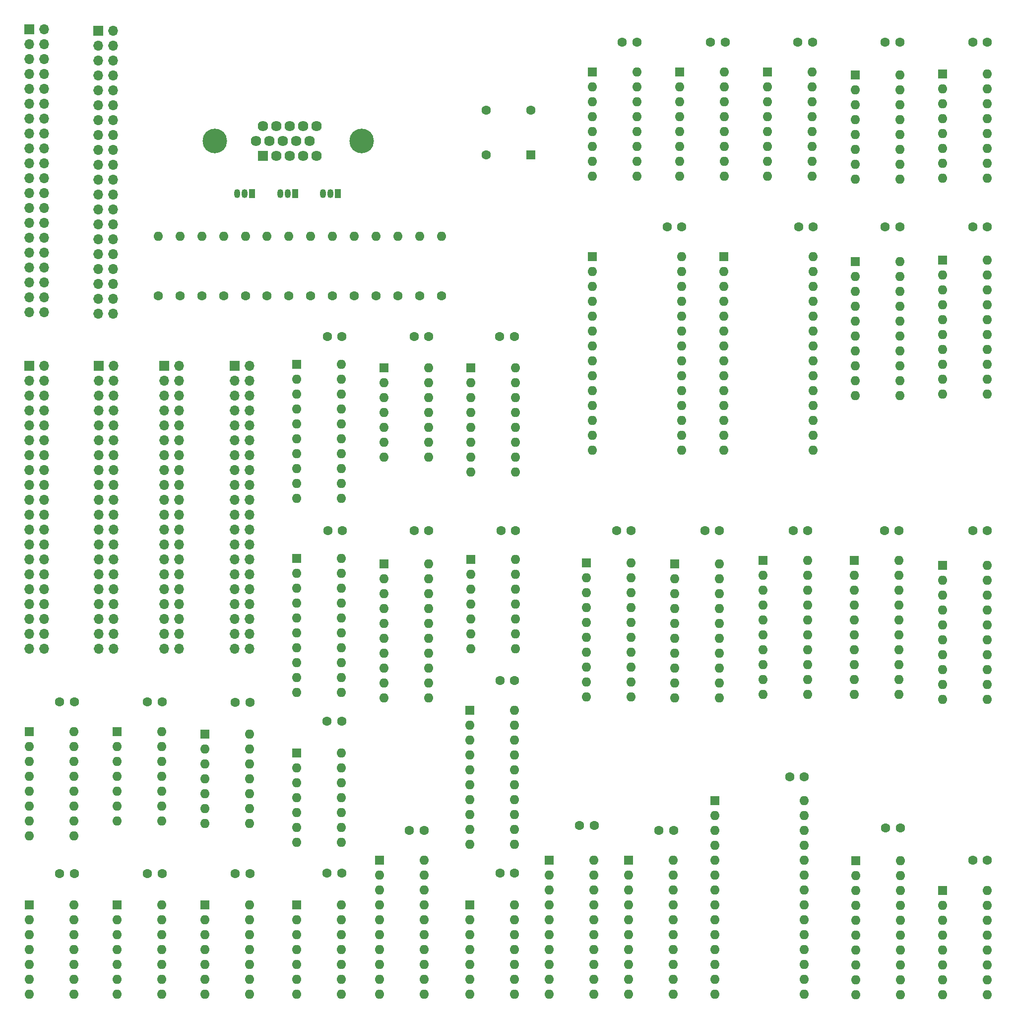
<source format=gbr>
%TF.GenerationSoftware,KiCad,Pcbnew,(6.0.7)*%
%TF.CreationDate,2022-10-13T11:24:39-04:00*%
%TF.ProjectId,VGA,5647412e-6b69-4636-9164-5f7063625858,1.0*%
%TF.SameCoordinates,Original*%
%TF.FileFunction,Soldermask,Top*%
%TF.FilePolarity,Negative*%
%FSLAX46Y46*%
G04 Gerber Fmt 4.6, Leading zero omitted, Abs format (unit mm)*
G04 Created by KiCad (PCBNEW (6.0.7)) date 2022-10-13 11:24:39*
%MOMM*%
%LPD*%
G01*
G04 APERTURE LIST*
%ADD10O,1.600000X1.600000*%
%ADD11C,1.600000*%
%ADD12R,1.600000X1.600000*%
%ADD13O,1.050000X1.500000*%
%ADD14R,1.050000X1.500000*%
%ADD15R,1.700000X1.700000*%
%ADD16O,1.700000X1.700000*%
%ADD17C,4.196000*%
%ADD18C,1.785000*%
%ADD19R,1.785000X1.785000*%
G04 APERTURE END LIST*
D10*
%TO.C,R4*%
X156778300Y-89463800D03*
D11*
X156778300Y-99623800D03*
%TD*%
%TO.C,C15*%
X211398000Y-198130000D03*
X213898000Y-198130000D03*
%TD*%
%TO.C,C35*%
X182026400Y-139705000D03*
X184526400Y-139705000D03*
%TD*%
D12*
%TO.C,U7*%
X131104800Y-203509800D03*
D10*
X131104800Y-206049800D03*
X131104800Y-208589800D03*
X131104800Y-211129800D03*
X131104800Y-213669800D03*
X131104800Y-216209800D03*
X131104800Y-218749800D03*
X138724800Y-218749800D03*
X138724800Y-216209800D03*
X138724800Y-213669800D03*
X138724800Y-211129800D03*
X138724800Y-208589800D03*
X138724800Y-206049800D03*
X138724800Y-203509800D03*
%TD*%
D11*
%TO.C,C12*%
X181883200Y-198130000D03*
X184383200Y-198130000D03*
%TD*%
D12*
%TO.C,U4*%
X161056000Y-203509800D03*
D10*
X161056000Y-206049800D03*
X161056000Y-208589800D03*
X161056000Y-211129800D03*
X161056000Y-213669800D03*
X161056000Y-216209800D03*
X161056000Y-218749800D03*
X168676000Y-218749800D03*
X168676000Y-216209800D03*
X168676000Y-213669800D03*
X168676000Y-211129800D03*
X168676000Y-208589800D03*
X168676000Y-206049800D03*
X168676000Y-203509800D03*
%TD*%
D12*
%TO.C,U18*%
X256279400Y-144785000D03*
D10*
X256279400Y-147325000D03*
X256279400Y-149865000D03*
X256279400Y-152405000D03*
X256279400Y-154945000D03*
X256279400Y-157485000D03*
X256279400Y-160025000D03*
X256279400Y-162565000D03*
X256279400Y-165105000D03*
X256279400Y-167645000D03*
X263899400Y-167645000D03*
X263899400Y-165105000D03*
X263899400Y-162565000D03*
X263899400Y-160025000D03*
X263899400Y-157485000D03*
X263899400Y-154945000D03*
X263899400Y-152405000D03*
X263899400Y-149865000D03*
X263899400Y-147325000D03*
X263899400Y-144785000D03*
%TD*%
D13*
%TO.C,Q2*%
X166563200Y-82245800D03*
X167833200Y-82245800D03*
D14*
X169103200Y-82245800D03*
%TD*%
D11*
%TO.C,C9*%
X151230400Y-168935800D03*
X153730400Y-168935800D03*
%TD*%
D12*
%TO.C,U11*%
X219811600Y-195889800D03*
D10*
X219811600Y-198429800D03*
X219811600Y-200969800D03*
X219811600Y-203509800D03*
X219811600Y-206049800D03*
X219811600Y-208589800D03*
X219811600Y-211129800D03*
X219811600Y-213669800D03*
X219811600Y-216209800D03*
X219811600Y-218749800D03*
X227431600Y-218749800D03*
X227431600Y-216209800D03*
X227431600Y-213669800D03*
X227431600Y-211129800D03*
X227431600Y-208589800D03*
X227431600Y-206049800D03*
X227431600Y-203509800D03*
X227431600Y-200969800D03*
X227431600Y-198429800D03*
X227431600Y-195889800D03*
%TD*%
D12*
%TO.C,U29*%
X226120800Y-145247200D03*
D10*
X226120800Y-147787200D03*
X226120800Y-150327200D03*
X226120800Y-152867200D03*
X226120800Y-155407200D03*
X226120800Y-157947200D03*
X226120800Y-160487200D03*
X226120800Y-163027200D03*
X226120800Y-165567200D03*
X226120800Y-168107200D03*
X233740800Y-168107200D03*
X233740800Y-165567200D03*
X233740800Y-163027200D03*
X233740800Y-160487200D03*
X233740800Y-157947200D03*
X233740800Y-155407200D03*
X233740800Y-152867200D03*
X233740800Y-150327200D03*
X233740800Y-147787200D03*
X233740800Y-145247200D03*
%TD*%
D11*
%TO.C,C28*%
X211358400Y-106583400D03*
X213858400Y-106583400D03*
%TD*%
%TO.C,C36*%
X196737600Y-106583400D03*
X199237600Y-106583400D03*
%TD*%
D15*
%TO.C,J7*%
X142839600Y-54427200D03*
D16*
X145379600Y-54427200D03*
X142839600Y-56967200D03*
X145379600Y-56967200D03*
X142839600Y-59507200D03*
X145379600Y-59507200D03*
X142839600Y-62047200D03*
X145379600Y-62047200D03*
X142839600Y-64587200D03*
X145379600Y-64587200D03*
X142839600Y-67127200D03*
X145379600Y-67127200D03*
X142839600Y-69667200D03*
X145379600Y-69667200D03*
X142839600Y-72207200D03*
X145379600Y-72207200D03*
X142839600Y-74747200D03*
X145379600Y-74747200D03*
X142839600Y-77287200D03*
X145379600Y-77287200D03*
X142839600Y-79827200D03*
X145379600Y-79827200D03*
X142839600Y-82367200D03*
X145379600Y-82367200D03*
X142839600Y-84907200D03*
X145379600Y-84907200D03*
X142839600Y-87447200D03*
X145379600Y-87447200D03*
X142839600Y-89987200D03*
X145379600Y-89987200D03*
X142839600Y-92527200D03*
X145379600Y-92527200D03*
X142839600Y-95067200D03*
X145379600Y-95067200D03*
X142839600Y-97607200D03*
X145379600Y-97607200D03*
X142839600Y-100147200D03*
X145379600Y-100147200D03*
X142839600Y-102687200D03*
X145379600Y-102687200D03*
%TD*%
D10*
%TO.C,R7*%
X186539300Y-89463800D03*
D11*
X186539300Y-99623800D03*
%TD*%
%TO.C,C16*%
X261429400Y-139705000D03*
X263929400Y-139705000D03*
%TD*%
D12*
%TO.C,U28*%
X272089100Y-196047200D03*
D10*
X272089100Y-198587200D03*
X272089100Y-201127200D03*
X272089100Y-203667200D03*
X272089100Y-206207200D03*
X272089100Y-208747200D03*
X272089100Y-211287200D03*
X272089100Y-213827200D03*
X272089100Y-216367200D03*
X272089100Y-218907200D03*
X279709100Y-218907200D03*
X279709100Y-216367200D03*
X279709100Y-213827200D03*
X279709100Y-211287200D03*
X279709100Y-208747200D03*
X279709100Y-206207200D03*
X279709100Y-203667200D03*
X279709100Y-201127200D03*
X279709100Y-198587200D03*
X279709100Y-196047200D03*
%TD*%
D12*
%TO.C,X1*%
X216652000Y-75595400D03*
D11*
X216652000Y-67975400D03*
X209032000Y-67975400D03*
X209032000Y-75595400D03*
%TD*%
D12*
%TO.C,U13*%
X233375200Y-195889800D03*
D10*
X233375200Y-198429800D03*
X233375200Y-200969800D03*
X233375200Y-203509800D03*
X233375200Y-206049800D03*
X233375200Y-208589800D03*
X233375200Y-211129800D03*
X233375200Y-213669800D03*
X233375200Y-216209800D03*
X233375200Y-218749800D03*
X240995200Y-218749800D03*
X240995200Y-216209800D03*
X240995200Y-213669800D03*
X240995200Y-211129800D03*
X240995200Y-208589800D03*
X240995200Y-206049800D03*
X240995200Y-203509800D03*
X240995200Y-200969800D03*
X240995200Y-198429800D03*
X240995200Y-195889800D03*
%TD*%
%TO.C,R8*%
X160498500Y-89463800D03*
D11*
X160498500Y-99623800D03*
%TD*%
D15*
%TO.C,J1*%
X131049000Y-54229000D03*
D16*
X133589000Y-54229000D03*
X131049000Y-56769000D03*
X133589000Y-56769000D03*
X131049000Y-59309000D03*
X133589000Y-59309000D03*
X131049000Y-61849000D03*
X133589000Y-61849000D03*
X131049000Y-64389000D03*
X133589000Y-64389000D03*
X131049000Y-66929000D03*
X133589000Y-66929000D03*
X131049000Y-69469000D03*
X133589000Y-69469000D03*
X131049000Y-72009000D03*
X133589000Y-72009000D03*
X131049000Y-74549000D03*
X133589000Y-74549000D03*
X131049000Y-77089000D03*
X133589000Y-77089000D03*
X131049000Y-79629000D03*
X133589000Y-79629000D03*
X131049000Y-82169000D03*
X133589000Y-82169000D03*
X131049000Y-84709000D03*
X133589000Y-84709000D03*
X131049000Y-87249000D03*
X133589000Y-87249000D03*
X131049000Y-89789000D03*
X133589000Y-89789000D03*
X131049000Y-92329000D03*
X133589000Y-92329000D03*
X131049000Y-94869000D03*
X133589000Y-94869000D03*
X131049000Y-97409000D03*
X133589000Y-97409000D03*
X131049000Y-99949000D03*
X133589000Y-99949000D03*
X131049000Y-102489000D03*
X133589000Y-102489000D03*
%TD*%
D11*
%TO.C,C1*%
X247313100Y-56433800D03*
X249813100Y-56433800D03*
%TD*%
%TO.C,C6*%
X136254800Y-168935800D03*
X138754800Y-168935800D03*
%TD*%
D12*
%TO.C,U14*%
X286918400Y-93568600D03*
D10*
X286918400Y-96108600D03*
X286918400Y-98648600D03*
X286918400Y-101188600D03*
X286918400Y-103728600D03*
X286918400Y-106268600D03*
X286918400Y-108808600D03*
X286918400Y-111348600D03*
X286918400Y-113888600D03*
X286918400Y-116428600D03*
X294538400Y-116428600D03*
X294538400Y-113888600D03*
X294538400Y-111348600D03*
X294538400Y-108808600D03*
X294538400Y-106268600D03*
X294538400Y-103728600D03*
X294538400Y-101188600D03*
X294538400Y-98648600D03*
X294538400Y-96108600D03*
X294538400Y-93568600D03*
%TD*%
D12*
%TO.C,U9*%
X146080400Y-174015800D03*
D10*
X146080400Y-176555800D03*
X146080400Y-179095800D03*
X146080400Y-181635800D03*
X146080400Y-184175800D03*
X146080400Y-186715800D03*
X146080400Y-189255800D03*
X153700400Y-189255800D03*
X153700400Y-186715800D03*
X153700400Y-184175800D03*
X153700400Y-181635800D03*
X153700400Y-179095800D03*
X153700400Y-176555800D03*
X153700400Y-174015800D03*
%TD*%
D12*
%TO.C,U12*%
X191587600Y-145348800D03*
D10*
X191587600Y-147888800D03*
X191587600Y-150428800D03*
X191587600Y-152968800D03*
X191587600Y-155508800D03*
X191587600Y-158048800D03*
X191587600Y-160588800D03*
X191587600Y-163128800D03*
X191587600Y-165668800D03*
X191587600Y-168208800D03*
X199207600Y-168208800D03*
X199207600Y-165668800D03*
X199207600Y-163128800D03*
X199207600Y-160588800D03*
X199207600Y-158048800D03*
X199207600Y-155508800D03*
X199207600Y-152968800D03*
X199207600Y-150428800D03*
X199207600Y-147888800D03*
X199207600Y-145348800D03*
%TD*%
%TO.C,R10*%
X182819200Y-89463800D03*
D11*
X182819200Y-99623800D03*
%TD*%
D10*
%TO.C,R1*%
X193979600Y-89463800D03*
D11*
X193979600Y-99623800D03*
%TD*%
D15*
%TO.C,J8*%
X166106000Y-111577200D03*
D16*
X168646000Y-111577200D03*
X166106000Y-114117200D03*
X168646000Y-114117200D03*
X166106000Y-116657200D03*
X168646000Y-116657200D03*
X166106000Y-119197200D03*
X168646000Y-119197200D03*
X166106000Y-121737200D03*
X168646000Y-121737200D03*
X166106000Y-124277200D03*
X168646000Y-124277200D03*
X166106000Y-126817200D03*
X168646000Y-126817200D03*
X166106000Y-129357200D03*
X168646000Y-129357200D03*
X166106000Y-131897200D03*
X168646000Y-131897200D03*
X166106000Y-134437200D03*
X168646000Y-134437200D03*
X166106000Y-136977200D03*
X168646000Y-136977200D03*
X166106000Y-139517200D03*
X168646000Y-139517200D03*
X166106000Y-142057200D03*
X168646000Y-142057200D03*
X166106000Y-144597200D03*
X168646000Y-144597200D03*
X166106000Y-147137200D03*
X168646000Y-147137200D03*
X166106000Y-149677200D03*
X168646000Y-149677200D03*
X166106000Y-152217200D03*
X168646000Y-152217200D03*
X166106000Y-154757200D03*
X168646000Y-154757200D03*
X166106000Y-157297200D03*
X168646000Y-157297200D03*
X166106000Y-159837200D03*
X168646000Y-159837200D03*
%TD*%
D12*
%TO.C,U2*%
X242045300Y-61513800D03*
D10*
X242045300Y-64053800D03*
X242045300Y-66593800D03*
X242045300Y-69133800D03*
X242045300Y-71673800D03*
X242045300Y-74213800D03*
X242045300Y-76753800D03*
X242045300Y-79293800D03*
X249665300Y-79293800D03*
X249665300Y-76753800D03*
X249665300Y-74213800D03*
X249665300Y-71673800D03*
X249665300Y-69133800D03*
X249665300Y-66593800D03*
X249665300Y-64053800D03*
X249665300Y-61513800D03*
%TD*%
D11*
%TO.C,C3*%
X136254800Y-198194000D03*
X138754800Y-198194000D03*
%TD*%
D12*
%TO.C,U36*%
X176733200Y-111312800D03*
D10*
X176733200Y-113852800D03*
X176733200Y-116392800D03*
X176733200Y-118932800D03*
X176733200Y-121472800D03*
X176733200Y-124012800D03*
X176733200Y-126552800D03*
X176733200Y-129092800D03*
X176733200Y-131632800D03*
X176733200Y-134172800D03*
X184353200Y-134172800D03*
X184353200Y-131632800D03*
X184353200Y-129092800D03*
X184353200Y-126552800D03*
X184353200Y-124012800D03*
X184353200Y-121472800D03*
X184353200Y-118932800D03*
X184353200Y-116392800D03*
X184353200Y-113852800D03*
X184353200Y-111312800D03*
%TD*%
D15*
%TO.C,J6*%
X154066400Y-111577200D03*
D16*
X156606400Y-111577200D03*
X154066400Y-114117200D03*
X156606400Y-114117200D03*
X154066400Y-116657200D03*
X156606400Y-116657200D03*
X154066400Y-119197200D03*
X156606400Y-119197200D03*
X154066400Y-121737200D03*
X156606400Y-121737200D03*
X154066400Y-124277200D03*
X156606400Y-124277200D03*
X154066400Y-126817200D03*
X156606400Y-126817200D03*
X154066400Y-129357200D03*
X156606400Y-129357200D03*
X154066400Y-131897200D03*
X156606400Y-131897200D03*
X154066400Y-134437200D03*
X156606400Y-134437200D03*
X154066400Y-136977200D03*
X156606400Y-136977200D03*
X154066400Y-139517200D03*
X156606400Y-139517200D03*
X154066400Y-142057200D03*
X156606400Y-142057200D03*
X154066400Y-144597200D03*
X156606400Y-144597200D03*
X154066400Y-147137200D03*
X156606400Y-147137200D03*
X154066400Y-149677200D03*
X156606400Y-149677200D03*
X154066400Y-152217200D03*
X156606400Y-152217200D03*
X154066400Y-154757200D03*
X156606400Y-154757200D03*
X154066400Y-157297200D03*
X156606400Y-157297200D03*
X154066400Y-159837200D03*
X156606400Y-159837200D03*
%TD*%
D12*
%TO.C,U24*%
X272000000Y-61976000D03*
D10*
X272000000Y-64516000D03*
X272000000Y-67056000D03*
X272000000Y-69596000D03*
X272000000Y-72136000D03*
X272000000Y-74676000D03*
X272000000Y-77216000D03*
X272000000Y-79756000D03*
X279620000Y-79756000D03*
X279620000Y-77216000D03*
X279620000Y-74676000D03*
X279620000Y-72136000D03*
X279620000Y-69596000D03*
X279620000Y-67056000D03*
X279620000Y-64516000D03*
X279620000Y-61976000D03*
%TD*%
%TO.C,R3*%
X164218600Y-89463800D03*
D11*
X164218600Y-99623800D03*
%TD*%
D12*
%TO.C,U8*%
X161056000Y-174396400D03*
D10*
X161056000Y-176936400D03*
X161056000Y-179476400D03*
X161056000Y-182016400D03*
X161056000Y-184556400D03*
X161056000Y-187096400D03*
X161056000Y-189636400D03*
X168676000Y-189636400D03*
X168676000Y-187096400D03*
X168676000Y-184556400D03*
X168676000Y-182016400D03*
X168676000Y-179476400D03*
X168676000Y-176936400D03*
X168676000Y-174396400D03*
%TD*%
%TO.C,R11*%
X153058200Y-89463800D03*
D11*
X153058200Y-99623800D03*
%TD*%
%TO.C,C18*%
X181883200Y-172217000D03*
X184383200Y-172217000D03*
%TD*%
D12*
%TO.C,U16*%
X206248000Y-170342400D03*
D10*
X206248000Y-172882400D03*
X206248000Y-175422400D03*
X206248000Y-177962400D03*
X206248000Y-180502400D03*
X206248000Y-183042400D03*
X206248000Y-185582400D03*
X206248000Y-188122400D03*
X206248000Y-190662400D03*
X206248000Y-193202400D03*
X213868000Y-193202400D03*
X213868000Y-190662400D03*
X213868000Y-188122400D03*
X213868000Y-185582400D03*
X213868000Y-183042400D03*
X213868000Y-180502400D03*
X213868000Y-177962400D03*
X213868000Y-175422400D03*
X213868000Y-172882400D03*
X213868000Y-170342400D03*
%TD*%
D11*
%TO.C,C2*%
X166206000Y-169016600D03*
X168706000Y-169016600D03*
%TD*%
%TO.C,C30*%
X277239100Y-190403400D03*
X279739100Y-190403400D03*
%TD*%
%TO.C,C17*%
X195954800Y-190809800D03*
X198454800Y-190809800D03*
%TD*%
D13*
%TO.C,Q1*%
X181193600Y-82245800D03*
X182463600Y-82245800D03*
D14*
X183733600Y-82245800D03*
%TD*%
D15*
%TO.C,J5*%
X142890400Y-111577200D03*
D16*
X145430400Y-111577200D03*
X142890400Y-114117200D03*
X145430400Y-114117200D03*
X142890400Y-116657200D03*
X145430400Y-116657200D03*
X142890400Y-119197200D03*
X145430400Y-119197200D03*
X142890400Y-121737200D03*
X145430400Y-121737200D03*
X142890400Y-124277200D03*
X145430400Y-124277200D03*
X142890400Y-126817200D03*
X145430400Y-126817200D03*
X142890400Y-129357200D03*
X145430400Y-129357200D03*
X142890400Y-131897200D03*
X145430400Y-131897200D03*
X142890400Y-134437200D03*
X145430400Y-134437200D03*
X142890400Y-136977200D03*
X145430400Y-136977200D03*
X142890400Y-139517200D03*
X145430400Y-139517200D03*
X142890400Y-142057200D03*
X145430400Y-142057200D03*
X142890400Y-144597200D03*
X145430400Y-144597200D03*
X142890400Y-147137200D03*
X145430400Y-147137200D03*
X142890400Y-149677200D03*
X145430400Y-149677200D03*
X142890400Y-152217200D03*
X145430400Y-152217200D03*
X142890400Y-154757200D03*
X145430400Y-154757200D03*
X142890400Y-157297200D03*
X145430400Y-157297200D03*
X142890400Y-159837200D03*
X145430400Y-159837200D03*
%TD*%
D11*
%TO.C,C32*%
X260822200Y-181731600D03*
X263322200Y-181731600D03*
%TD*%
D12*
%TO.C,U31*%
X286918400Y-61813600D03*
D10*
X286918400Y-64353600D03*
X286918400Y-66893600D03*
X286918400Y-69433600D03*
X286918400Y-71973600D03*
X286918400Y-74513600D03*
X286918400Y-77053600D03*
X286918400Y-79593600D03*
X294538400Y-79593600D03*
X294538400Y-77053600D03*
X294538400Y-74513600D03*
X294538400Y-71973600D03*
X294538400Y-69433600D03*
X294538400Y-66893600D03*
X294538400Y-64353600D03*
X294538400Y-61813600D03*
%TD*%
D12*
%TO.C,U5*%
X146080400Y-203509800D03*
D10*
X146080400Y-206049800D03*
X146080400Y-208589800D03*
X146080400Y-211129800D03*
X146080400Y-213669800D03*
X146080400Y-216209800D03*
X146080400Y-218749800D03*
X153700400Y-218749800D03*
X153700400Y-216209800D03*
X153700400Y-213669800D03*
X153700400Y-211129800D03*
X153700400Y-208589800D03*
X153700400Y-206049800D03*
X153700400Y-203509800D03*
%TD*%
D11*
%TO.C,C22*%
X196737600Y-139705000D03*
X199237600Y-139705000D03*
%TD*%
D12*
%TO.C,U20*%
X176733200Y-177596800D03*
D10*
X176733200Y-180136800D03*
X176733200Y-182676800D03*
X176733200Y-185216800D03*
X176733200Y-187756800D03*
X176733200Y-190296800D03*
X176733200Y-192836800D03*
X184353200Y-192836800D03*
X184353200Y-190296800D03*
X184353200Y-187756800D03*
X184353200Y-185216800D03*
X184353200Y-182676800D03*
X184353200Y-180136800D03*
X184353200Y-177596800D03*
%TD*%
D15*
%TO.C,J3*%
X131104800Y-111577200D03*
D16*
X133644800Y-111577200D03*
X131104800Y-114117200D03*
X133644800Y-114117200D03*
X131104800Y-116657200D03*
X133644800Y-116657200D03*
X131104800Y-119197200D03*
X133644800Y-119197200D03*
X131104800Y-121737200D03*
X133644800Y-121737200D03*
X131104800Y-124277200D03*
X133644800Y-124277200D03*
X131104800Y-126817200D03*
X133644800Y-126817200D03*
X131104800Y-129357200D03*
X133644800Y-129357200D03*
X131104800Y-131897200D03*
X133644800Y-131897200D03*
X131104800Y-134437200D03*
X133644800Y-134437200D03*
X131104800Y-136977200D03*
X133644800Y-136977200D03*
X131104800Y-139517200D03*
X133644800Y-139517200D03*
X131104800Y-142057200D03*
X133644800Y-142057200D03*
X131104800Y-144597200D03*
X133644800Y-144597200D03*
X131104800Y-147137200D03*
X133644800Y-147137200D03*
X131104800Y-149677200D03*
X133644800Y-149677200D03*
X131104800Y-152217200D03*
X133644800Y-152217200D03*
X131104800Y-154757200D03*
X133644800Y-154757200D03*
X131104800Y-157297200D03*
X133644800Y-157297200D03*
X131104800Y-159837200D03*
X133644800Y-159837200D03*
%TD*%
D11*
%TO.C,C4*%
X211550400Y-139705000D03*
X214050400Y-139705000D03*
%TD*%
D12*
%TO.C,U34*%
X206400400Y-144627600D03*
D10*
X206400400Y-147167600D03*
X206400400Y-149707600D03*
X206400400Y-152247600D03*
X206400400Y-154787600D03*
X206400400Y-157327600D03*
X206400400Y-159867600D03*
X214020400Y-159867600D03*
X214020400Y-157327600D03*
X214020400Y-154787600D03*
X214020400Y-152247600D03*
X214020400Y-149707600D03*
X214020400Y-147167600D03*
X214020400Y-144627600D03*
%TD*%
D12*
%TO.C,U21*%
X206248000Y-203509800D03*
D10*
X206248000Y-206049800D03*
X206248000Y-208589800D03*
X206248000Y-211129800D03*
X206248000Y-213669800D03*
X206248000Y-216209800D03*
X206248000Y-218749800D03*
X213868000Y-218749800D03*
X213868000Y-216209800D03*
X213868000Y-213669800D03*
X213868000Y-211129800D03*
X213868000Y-208589800D03*
X213868000Y-206049800D03*
X213868000Y-203509800D03*
%TD*%
D12*
%TO.C,U3*%
X257081500Y-61513800D03*
D10*
X257081500Y-64053800D03*
X257081500Y-66593800D03*
X257081500Y-69133800D03*
X257081500Y-71673800D03*
X257081500Y-74213800D03*
X257081500Y-76753800D03*
X257081500Y-79293800D03*
X264701500Y-79293800D03*
X264701500Y-76753800D03*
X264701500Y-74213800D03*
X264701500Y-71673800D03*
X264701500Y-69133800D03*
X264701500Y-66593800D03*
X264701500Y-64053800D03*
X264701500Y-61513800D03*
%TD*%
D12*
%TO.C,U15*%
X272000000Y-93822600D03*
D10*
X272000000Y-96362600D03*
X272000000Y-98902600D03*
X272000000Y-101442600D03*
X272000000Y-103982600D03*
X272000000Y-106522600D03*
X272000000Y-109062600D03*
X272000000Y-111602600D03*
X272000000Y-114142600D03*
X272000000Y-116682600D03*
X279620000Y-116682600D03*
X279620000Y-114142600D03*
X279620000Y-111602600D03*
X279620000Y-109062600D03*
X279620000Y-106522600D03*
X279620000Y-103982600D03*
X279620000Y-101442600D03*
X279620000Y-98902600D03*
X279620000Y-96362600D03*
X279620000Y-93822600D03*
%TD*%
D12*
%TO.C,U10*%
X241200100Y-145348800D03*
D10*
X241200100Y-147888800D03*
X241200100Y-150428800D03*
X241200100Y-152968800D03*
X241200100Y-155508800D03*
X241200100Y-158048800D03*
X241200100Y-160588800D03*
X241200100Y-163128800D03*
X241200100Y-165668800D03*
X241200100Y-168208800D03*
X248820100Y-168208800D03*
X248820100Y-165668800D03*
X248820100Y-163128800D03*
X248820100Y-160588800D03*
X248820100Y-158048800D03*
X248820100Y-155508800D03*
X248820100Y-152968800D03*
X248820100Y-150428800D03*
X248820100Y-147888800D03*
X248820100Y-145348800D03*
%TD*%
D12*
%TO.C,U30*%
X286918400Y-201097200D03*
D10*
X286918400Y-203637200D03*
X286918400Y-206177200D03*
X286918400Y-208717200D03*
X286918400Y-211257200D03*
X286918400Y-213797200D03*
X286918400Y-216337200D03*
X286918400Y-218877200D03*
X294538400Y-218877200D03*
X294538400Y-216337200D03*
X294538400Y-213797200D03*
X294538400Y-211257200D03*
X294538400Y-208717200D03*
X294538400Y-206177200D03*
X294538400Y-203637200D03*
X294538400Y-201097200D03*
%TD*%
D12*
%TO.C,U19*%
X271839100Y-144785000D03*
D10*
X271839100Y-147325000D03*
X271839100Y-149865000D03*
X271839100Y-152405000D03*
X271839100Y-154945000D03*
X271839100Y-157485000D03*
X271839100Y-160025000D03*
X271839100Y-162565000D03*
X271839100Y-165105000D03*
X271839100Y-167645000D03*
X279459100Y-167645000D03*
X279459100Y-165105000D03*
X279459100Y-162565000D03*
X279459100Y-160025000D03*
X279459100Y-157485000D03*
X279459100Y-154945000D03*
X279459100Y-152405000D03*
X279459100Y-149865000D03*
X279459100Y-147325000D03*
X279459100Y-144785000D03*
%TD*%
D11*
%TO.C,C24*%
X292068400Y-139705000D03*
X294568400Y-139705000D03*
%TD*%
D10*
%TO.C,R12*%
X167938700Y-89463800D03*
D11*
X167938700Y-99623800D03*
%TD*%
%TO.C,C13*%
X224961600Y-189992000D03*
X227461600Y-189992000D03*
%TD*%
D10*
%TO.C,R13*%
X201419800Y-89463800D03*
D11*
X201419800Y-99623800D03*
%TD*%
D10*
%TO.C,R14*%
X197699700Y-89463800D03*
D11*
X197699700Y-99623800D03*
%TD*%
%TO.C,C27*%
X232276800Y-56433800D03*
X234776800Y-56433800D03*
%TD*%
%TO.C,C31*%
X292069200Y-195884800D03*
X294569200Y-195884800D03*
%TD*%
%TO.C,C8*%
X262231500Y-56433800D03*
X264731500Y-56433800D03*
%TD*%
%TO.C,C34*%
X181924800Y-106583400D03*
X184424800Y-106583400D03*
%TD*%
D12*
%TO.C,U25*%
X190804800Y-195889800D03*
D10*
X190804800Y-198429800D03*
X190804800Y-200969800D03*
X190804800Y-203509800D03*
X190804800Y-206049800D03*
X190804800Y-208589800D03*
X190804800Y-211129800D03*
X190804800Y-213669800D03*
X190804800Y-216209800D03*
X190804800Y-218749800D03*
X198424800Y-218749800D03*
X198424800Y-216209800D03*
X198424800Y-213669800D03*
X198424800Y-211129800D03*
X198424800Y-208589800D03*
X198424800Y-206049800D03*
X198424800Y-203509800D03*
X198424800Y-200969800D03*
X198424800Y-198429800D03*
X198424800Y-195889800D03*
%TD*%
D12*
%TO.C,U33*%
X191587600Y-111963200D03*
D10*
X191587600Y-114503200D03*
X191587600Y-117043200D03*
X191587600Y-119583200D03*
X191587600Y-122123200D03*
X191587600Y-124663200D03*
X191587600Y-127203200D03*
X199207600Y-127203200D03*
X199207600Y-124663200D03*
X199207600Y-122123200D03*
X199207600Y-119583200D03*
X199207600Y-117043200D03*
X199207600Y-114503200D03*
X199207600Y-111963200D03*
%TD*%
D12*
%TO.C,U32*%
X206400400Y-111963200D03*
D10*
X206400400Y-114503200D03*
X206400400Y-117043200D03*
X206400400Y-119583200D03*
X206400400Y-122123200D03*
X206400400Y-124663200D03*
X206400400Y-127203200D03*
X206400400Y-129743200D03*
X214020400Y-129743200D03*
X214020400Y-127203200D03*
X214020400Y-124663200D03*
X214020400Y-122123200D03*
X214020400Y-119583200D03*
X214020400Y-117043200D03*
X214020400Y-114503200D03*
X214020400Y-111963200D03*
%TD*%
D11*
%TO.C,C19*%
X277150000Y-87924800D03*
X279650000Y-87924800D03*
%TD*%
%TO.C,C26*%
X239926800Y-87924800D03*
X242426800Y-87924800D03*
%TD*%
D12*
%TO.C,U1*%
X227126800Y-61513800D03*
D10*
X227126800Y-64053800D03*
X227126800Y-66593800D03*
X227126800Y-69133800D03*
X227126800Y-71673800D03*
X227126800Y-74213800D03*
X227126800Y-76753800D03*
X227126800Y-79293800D03*
X234746800Y-79293800D03*
X234746800Y-76753800D03*
X234746800Y-74213800D03*
X234746800Y-71673800D03*
X234746800Y-69133800D03*
X234746800Y-66593800D03*
X234746800Y-64053800D03*
X234746800Y-61513800D03*
%TD*%
D12*
%TO.C,U35*%
X176733200Y-144485200D03*
D10*
X176733200Y-147025200D03*
X176733200Y-149565200D03*
X176733200Y-152105200D03*
X176733200Y-154645200D03*
X176733200Y-157185200D03*
X176733200Y-159725200D03*
X176733200Y-162265200D03*
X176733200Y-164805200D03*
X176733200Y-167345200D03*
X184353200Y-167345200D03*
X184353200Y-164805200D03*
X184353200Y-162265200D03*
X184353200Y-159725200D03*
X184353200Y-157185200D03*
X184353200Y-154645200D03*
X184353200Y-152105200D03*
X184353200Y-149565200D03*
X184353200Y-147025200D03*
X184353200Y-144485200D03*
%TD*%
D11*
%TO.C,C5*%
X166206000Y-198194000D03*
X168706000Y-198194000D03*
%TD*%
%TO.C,C11*%
X238525200Y-190809800D03*
X241025200Y-190809800D03*
%TD*%
%TO.C,C14*%
X211388800Y-165257400D03*
X213888800Y-165257400D03*
%TD*%
D12*
%TO.C,U6*%
X131104800Y-174015800D03*
D10*
X131104800Y-176555800D03*
X131104800Y-179095800D03*
X131104800Y-181635800D03*
X131104800Y-184175800D03*
X131104800Y-186715800D03*
X131104800Y-189255800D03*
X131104800Y-191795800D03*
X138724800Y-191795800D03*
X138724800Y-189255800D03*
X138724800Y-186715800D03*
X138724800Y-184175800D03*
X138724800Y-181635800D03*
X138724800Y-179095800D03*
X138724800Y-176555800D03*
X138724800Y-174015800D03*
%TD*%
D11*
%TO.C,C20*%
X277150000Y-56433800D03*
X279650000Y-56433800D03*
%TD*%
D17*
%TO.C,J2*%
X162750000Y-73202000D03*
X187750000Y-73202000D03*
D18*
X180055000Y-70662000D03*
X177775000Y-70662000D03*
X175495000Y-70662000D03*
X173215000Y-70662000D03*
X170935000Y-70662000D03*
X178915000Y-73202000D03*
X176635000Y-73202000D03*
X174355000Y-73202000D03*
X172075000Y-73202000D03*
X169795000Y-73202000D03*
X180055000Y-75742000D03*
X177775000Y-75742000D03*
X175495000Y-75742000D03*
X173215000Y-75742000D03*
D19*
X170935000Y-75742000D03*
%TD*%
D10*
%TO.C,R6*%
X171658800Y-89463800D03*
D11*
X171658800Y-99623800D03*
%TD*%
D12*
%TO.C,U26*%
X249565400Y-92939000D03*
D10*
X249565400Y-95479000D03*
X249565400Y-98019000D03*
X249565400Y-100559000D03*
X249565400Y-103099000D03*
X249565400Y-105639000D03*
X249565400Y-108179000D03*
X249565400Y-110719000D03*
X249565400Y-113259000D03*
X249565400Y-115799000D03*
X249565400Y-118339000D03*
X249565400Y-120879000D03*
X249565400Y-123419000D03*
X249565400Y-125959000D03*
X264805400Y-125959000D03*
X264805400Y-123419000D03*
X264805400Y-120879000D03*
X264805400Y-118339000D03*
X264805400Y-115799000D03*
X264805400Y-113259000D03*
X264805400Y-110719000D03*
X264805400Y-108179000D03*
X264805400Y-105639000D03*
X264805400Y-103099000D03*
X264805400Y-100559000D03*
X264805400Y-98019000D03*
X264805400Y-95479000D03*
X264805400Y-92939000D03*
%TD*%
%TO.C,R9*%
X175379000Y-89463800D03*
D11*
X175379000Y-99623800D03*
%TD*%
%TO.C,C29*%
X231270800Y-139705000D03*
X233770800Y-139705000D03*
%TD*%
D10*
%TO.C,R5*%
X179099100Y-89463800D03*
D11*
X179099100Y-99623800D03*
%TD*%
%TO.C,C23*%
X292068400Y-87924800D03*
X294568400Y-87924800D03*
%TD*%
D10*
%TO.C,R2*%
X190259400Y-89463800D03*
D11*
X190259400Y-99623800D03*
%TD*%
D12*
%TO.C,U27*%
X248046400Y-185729800D03*
D10*
X248046400Y-188269800D03*
X248046400Y-190809800D03*
X248046400Y-193349800D03*
X248046400Y-195889800D03*
X248046400Y-198429800D03*
X248046400Y-200969800D03*
X248046400Y-203509800D03*
X248046400Y-206049800D03*
X248046400Y-208589800D03*
X248046400Y-211129800D03*
X248046400Y-213669800D03*
X248046400Y-216209800D03*
X248046400Y-218749800D03*
X263286400Y-218749800D03*
X263286400Y-216209800D03*
X263286400Y-213669800D03*
X263286400Y-211129800D03*
X263286400Y-208589800D03*
X263286400Y-206049800D03*
X263286400Y-203509800D03*
X263286400Y-200969800D03*
X263286400Y-198429800D03*
X263286400Y-195889800D03*
X263286400Y-193349800D03*
X263286400Y-190809800D03*
X263286400Y-188269800D03*
X263286400Y-185729800D03*
%TD*%
D11*
%TO.C,C33*%
X292068400Y-56433800D03*
X294568400Y-56433800D03*
%TD*%
%TO.C,C21*%
X262365400Y-87924800D03*
X264865400Y-87924800D03*
%TD*%
D13*
%TO.C,Q3*%
X173878400Y-82245800D03*
X175148400Y-82245800D03*
D14*
X176418400Y-82245800D03*
%TD*%
D12*
%TO.C,U23*%
X227126800Y-93004800D03*
D10*
X227126800Y-95544800D03*
X227126800Y-98084800D03*
X227126800Y-100624800D03*
X227126800Y-103164800D03*
X227126800Y-105704800D03*
X227126800Y-108244800D03*
X227126800Y-110784800D03*
X227126800Y-113324800D03*
X227126800Y-115864800D03*
X227126800Y-118404800D03*
X227126800Y-120944800D03*
X227126800Y-123484800D03*
X227126800Y-126024800D03*
X242366800Y-126024800D03*
X242366800Y-123484800D03*
X242366800Y-120944800D03*
X242366800Y-118404800D03*
X242366800Y-115864800D03*
X242366800Y-113324800D03*
X242366800Y-110784800D03*
X242366800Y-108244800D03*
X242366800Y-105704800D03*
X242366800Y-103164800D03*
X242366800Y-100624800D03*
X242366800Y-98084800D03*
X242366800Y-95544800D03*
X242366800Y-93004800D03*
%TD*%
D11*
%TO.C,C25*%
X246350100Y-139705000D03*
X248850100Y-139705000D03*
%TD*%
D12*
%TO.C,U22*%
X176733200Y-203509800D03*
D10*
X176733200Y-206049800D03*
X176733200Y-208589800D03*
X176733200Y-211129800D03*
X176733200Y-213669800D03*
X176733200Y-216209800D03*
X176733200Y-218749800D03*
X184353200Y-218749800D03*
X184353200Y-216209800D03*
X184353200Y-213669800D03*
X184353200Y-211129800D03*
X184353200Y-208589800D03*
X184353200Y-206049800D03*
X184353200Y-203509800D03*
%TD*%
D12*
%TO.C,U17*%
X286918400Y-145602800D03*
D10*
X286918400Y-148142800D03*
X286918400Y-150682800D03*
X286918400Y-153222800D03*
X286918400Y-155762800D03*
X286918400Y-158302800D03*
X286918400Y-160842800D03*
X286918400Y-163382800D03*
X286918400Y-165922800D03*
X286918400Y-168462800D03*
X294538400Y-168462800D03*
X294538400Y-165922800D03*
X294538400Y-163382800D03*
X294538400Y-160842800D03*
X294538400Y-158302800D03*
X294538400Y-155762800D03*
X294538400Y-153222800D03*
X294538400Y-150682800D03*
X294538400Y-148142800D03*
X294538400Y-145602800D03*
%TD*%
D11*
%TO.C,C7*%
X151230400Y-198194000D03*
X153730400Y-198194000D03*
%TD*%
%TO.C,C10*%
X276989100Y-139705000D03*
X279489100Y-139705000D03*
%TD*%
M02*

</source>
